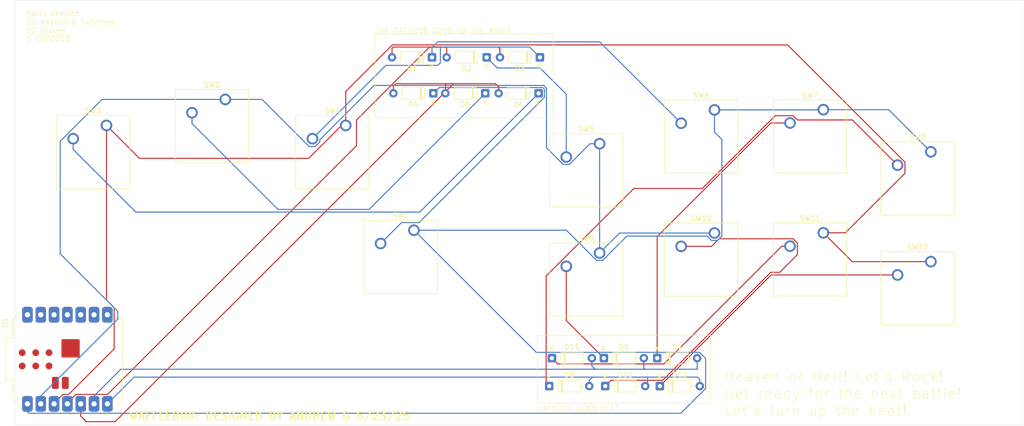
<source format=kicad_pcb>
(kicad_pcb (version 20241229) (generator "pcbnew") (generator_version "9.0")
  (layers (0 "F.Cu" signal) (2 "B.Cu" signal) (13 "F.Paste" user) (15 "B.Paste" user) (5 "F.SilkS" user "F.Silkscreen") (7 "B.SilkS" user "B.Silkscreen") (1 "F.Mask" user) (3 "B.Mask" user) (25 "Edge.Cuts" user))
  (net 0 "")
  (net 1 "Net-(D1-K)")
  (net 2 "Row 1")
  (net 3 "Net-(D2-K)")
  (net 4 "Net-(D3-K)")
  (net 5 "Net-(D4-K)")
  (net 6 "Row 2")
  (net 7 "Net-(D5-K)")
  (net 8 "Net-(D6-K)")
  (net 9 "Row 3")
  (net 10 "Net-(D7-K)")
  (net 11 "Net-(D8-K)")
  (net 12 "Row 4")
  (net 13 "Net-(D9-K)")
  (net 14 "Net-(D10-K)")
  (net 15 "Net-(D11-K)")
  (net 16 "Net-(D12-K)")
  (net 17 "Collumn 1")
  (net 18 "Collumn 2")
  (net 19 "Collumn 3")
  (footprint "Diode_THT:D_DO-35_SOD27_P7.62mm_Horizontal" (layer "F.Cu") (at 127.254 92.71)
    (property "Reference" "D8" (at 3.81 -2.12 0) (layer "F.SilkS"))
    (property "Value" "1N4148WT")
    (fp_line (start 1.04 0) (end 1.69 0) (stroke (width 0.12)) (layer "F.SilkS"))
    (fp_line (start 2.29 -1.12) (end 2.29 1.12) (stroke (width 0.12)) (layer "F.SilkS"))
    (fp_line (start 2.41 -1.12) (end 2.41 1.12) (stroke (width 0.12)) (layer "F.SilkS"))
    (fp_line (start 2.53 -1.12) (end 2.53 1.12) (stroke (width 0.12)) (layer "F.SilkS"))
    (fp_line (start 6.58 0) (end 5.93 0) (stroke (width 0.12)) (layer "F.SilkS"))
    (fp_rect (start 1.69 -1.12) (end 5.93 1.12) (stroke (width 0.12)) (fill no) (layer "F.SilkS"))
    (fp_text user "K" (at 0 -1.8 0) (layer "F.SilkS"))
    (pad "1" thru_hole roundrect (at 0 0) (size 1.6 1.6) (drill 0.8) (layers "*.Cu" "*.Mask") (roundrect_rratio 0.15625) (net 11 "Net-(D8-K)"))
    (pad "2" thru_hole circle (at 7.62 0) (size 1.6 1.6) (drill 0.8) (layers "*.Cu" "*.Mask") (net 12 "Row 4"))
  )
  (footprint "Button_Switch_Keyboard:SW_Cherry_MX_1.00u_PCB" (layer "F.Cu") (at 200 68.96)
    (property "Reference" "SW12" (at -2.54 -2.794 0) (layer "F.SilkS"))
    (property "Value" "CherryMX")
    (fp_line (start -9.525 -1.905) (end 4.445 -1.905) (stroke (width 0.12)) (layer "F.SilkS"))
    (fp_line (start -9.525 12.065) (end -9.525 -1.905) (stroke (width 0.12)) (layer "F.SilkS"))
    (fp_line (start 4.445 -1.905) (end 4.445 12.065) (stroke (width 0.12)) (layer "F.SilkS"))
    (fp_line (start 4.445 12.065) (end -9.525 12.065) (stroke (width 0.12)) (layer "F.SilkS"))
    (pad "" np_thru_hole circle (at -7.62 5.08) (size 1.7 1.7) (drill 1.7) (layers "*.Cu" "*.Mask"))
    (pad "" np_thru_hole circle (at -2.54 5.08) (size 4 4) (drill 4) (layers "*.Cu" "*.Mask"))
    (pad "" np_thru_hole circle (at 2.54 5.08) (size 1.7 1.7) (drill 1.7) (layers "*.Cu" "*.Mask"))
    (pad "1" thru_hole circle (at 0 0) (size 2.2 2.2) (drill 1.5) (layers "*.Cu" "*.Mask") (net 19 "Collumn 3"))
    (pad "2" thru_hole circle (at -6.35 2.54) (size 2.2 2.2) (drill 1.5) (layers "*.Cu" "*.Mask") (net 16 "Net-(D12-K)"))
  )
  (footprint "Diode_THT:D_DO-35_SOD27_P7.62mm_Horizontal" (layer "F.Cu") (at 105.156 36.83 180)
    (property "Reference" "D4" (at 3.81 -2.12 0) (layer "F.SilkS"))
    (property "Value" "1N4148WT")
    (fp_line (start 6.58 0) (end 5.93 0) (stroke (width 0.12)) (layer "F.SilkS"))
    (fp_line (start 2.53 -1.12) (end 2.53 1.12) (stroke (width 0.12)) (layer "F.SilkS"))
    (fp_line (start 2.41 -1.12) (end 2.41 1.12) (stroke (width 0.12)) (layer "F.SilkS"))
    (fp_line (start 2.29 -1.12) (end 2.29 1.12) (stroke (width 0.12)) (layer "F.SilkS"))
    (fp_line (start 1.04 0) (end 1.69 0) (stroke (width 0.12)) (layer "F.SilkS"))
    (fp_rect (start 1.69 -1.12) (end 5.93 1.12) (stroke (width 0.12)) (fill no) (layer "F.SilkS"))
    (fp_text user "K" (at 0 -1.8 0) (layer "F.SilkS"))
    (pad "1" thru_hole roundrect (at 0 0 180) (size 1.6 1.6) (drill 0.8) (layers "*.Cu" "*.Mask") (roundrect_rratio 0.15625) (net 5 "Net-(D4-K)"))
    (pad "2" thru_hole circle (at 7.62 0 180) (size 1.6 1.6) (drill 0.8) (layers "*.Cu" "*.Mask") (net 6 "Row 2"))
  )
  (footprint "Diode_THT:D_DO-35_SOD27_P7.62mm_Horizontal" (layer "F.Cu") (at 125.222 36.83 180)
    (property "Reference" "D6" (at 3.81 -2.12 0) (layer "F.SilkS"))
    (property "Value" "1N4148WT")
    (fp_line (start 6.58 0) (end 5.93 0) (stroke (width 0.12)) (layer "F.SilkS"))
    (fp_line (start 2.53 -1.12) (end 2.53 1.12) (stroke (width 0.12)) (layer "F.SilkS"))
    (fp_line (start 2.41 -1.12) (end 2.41 1.12) (stroke (width 0.12)) (layer "F.SilkS"))
    (fp_line (start 2.29 -1.12) (end 2.29 1.12) (stroke (width 0.12)) (layer "F.SilkS"))
    (fp_line (start 1.04 0) (end 1.69 0) (stroke (width 0.12)) (layer "F.SilkS"))
    (fp_rect (start 1.69 -1.12) (end 5.93 1.12) (stroke (width 0.12)) (fill no) (layer "F.SilkS"))
    (fp_text user "K" (at 0 -1.8 0) (layer "F.SilkS"))
    (pad "1" thru_hole roundrect (at 0 0 180) (size 1.6 1.6) (drill 0.8) (layers "*.Cu" "*.Mask") (roundrect_rratio 0.15625) (net 8 "Net-(D6-K)"))
    (pad "2" thru_hole circle (at 7.62 0 180) (size 1.6 1.6) (drill 0.8) (layers "*.Cu" "*.Mask") (net 6 "Row 2"))
  )
  (footprint "Button_Switch_Keyboard:SW_Cherry_MX_1.00u_PCB" (layer "F.Cu") (at 65.5 38)
    (property "Reference" "SW2" (at -2.54 -2.794 0) (layer "F.SilkS"))
    (property "Value" "CherryMX")
    (fp_line (start -9.525 -1.905) (end 4.445 -1.905) (stroke (width 0.12)) (layer "F.SilkS"))
    (fp_line (start -9.525 12.065) (end -9.525 -1.905) (stroke (width 0.12)) (layer "F.SilkS"))
    (fp_line (start 4.445 -1.905) (end 4.445 12.065) (stroke (width 0.12)) (layer "F.SilkS"))
    (fp_line (start 4.445 12.065) (end -9.525 12.065) (stroke (width 0.12)) (layer "F.SilkS"))
    (pad "" np_thru_hole circle (at -7.62 5.08) (size 1.7 1.7) (drill 1.7) (layers "*.Cu" "*.Mask"))
    (pad "" np_thru_hole circle (at -2.54 5.08) (size 4 4) (drill 4) (layers "*.Cu" "*.Mask"))
    (pad "" np_thru_hole circle (at 2.54 5.08) (size 1.7 1.7) (drill 1.7) (layers "*.Cu" "*.Mask"))
    (pad "1" thru_hole circle (at 0 0) (size 2.2 2.2) (drill 1.5) (layers "*.Cu" "*.Mask") (net 18 "Collumn 2"))
    (pad "2" thru_hole circle (at -6.35 2.54) (size 2.2 2.2) (drill 1.5) (layers "*.Cu" "*.Mask") (net 7 "Net-(D5-K)"))
  )
  (footprint "Diode_THT:D_DO-35_SOD27_P7.62mm_Horizontal" (layer "F.Cu") (at 137.668 87.376)
    (property "Reference" "D9" (at 3.81 -2.07 0) (layer "F.SilkS"))
    (property "Value" "1N4148WT")
    (fp_line (start 1.04 0) (end 1.69 0) (stroke (width 0.12)) (layer "F.SilkS"))
    (fp_line (start 2.29 -1.12) (end 2.29 1.12) (stroke (width 0.12)) (layer "F.SilkS"))
    (fp_line (start 2.41 -1.12) (end 2.41 1.12) (stroke (width 0.12)) (layer "F.SilkS"))
    (fp_line (start 2.53 -1.12) (end 2.53 1.12) (stroke (width 0.12)) (layer "F.SilkS"))
    (fp_line (start 6.58 0) (end 5.93 0) (stroke (width 0.12)) (layer "F.SilkS"))
    (fp_rect (start 1.69 -1.12) (end 5.93 1.12) (stroke (width 0.12)) (fill no) (layer "F.SilkS"))
    (fp_text user "K" (at 0 -1.8 0) (layer "F.SilkS"))
    (pad "1" thru_hole roundrect (at 0 0) (size 1.6 1.6) (drill 0.8) (layers "*.Cu" "*.Mask") (roundrect_rratio 0.15625) (net 13 "Net-(D9-K)"))
    (pad "2" thru_hole circle (at 7.62 0) (size 1.6 1.6) (drill 0.8) (layers "*.Cu" "*.Mask") (net 9 "Row 3"))
  )
  (footprint "Diode_THT:D_DO-35_SOD27_P7.62mm_Horizontal" (layer "F.Cu") (at 104.902 29.972 180)
    (property "Reference" "D1" (at 3.81 -2.12 0) (layer "F.SilkS"))
    (property "Value" "1N4148WT")
    (fp_line (start 6.58 0) (end 5.93 0) (stroke (width 0.12)) (layer "F.SilkS"))
    (fp_line (start 2.53 -1.12) (end 2.53 1.12) (stroke (width 0.12)) (layer "F.SilkS"))
    (fp_line (start 2.41 -1.12) (end 2.41 1.12) (stroke (width 0.12)) (layer "F.SilkS"))
    (fp_line (start 2.29 -1.12) (end 2.29 1.12) (stroke (width 0.12)) (layer "F.SilkS"))
    (fp_line (start 1.04 0) (end 1.69 0) (stroke (width 0.12)) (layer "F.SilkS"))
    (fp_rect (start 1.69 -1.12) (end 5.93 1.12) (stroke (width 0.12)) (fill no) (layer "F.SilkS"))
    (fp_text user "K" (at 0 -1.8 0) (layer "F.SilkS"))
    (pad "1" thru_hole roundrect (at 0 0 180) (size 1.6 1.6) (drill 0.8) (layers "*.Cu" "*.Mask") (roundrect_rratio 0.15625) (net 1 "Net-(D1-K)"))
    (pad "2" thru_hole circle (at 7.62 0 180) (size 1.6 1.6) (drill 0.8) (layers "*.Cu" "*.Mask") (net 2 "Row 1"))
  )
  (footprint "Diode_THT:D_DO-35_SOD27_P7.62mm_Horizontal" (layer "F.Cu") (at 115.316 29.972 180)
    (property "Reference" "D2" (at 3.81 -2.12 0) (layer "F.SilkS"))
    (property "Value" "1N4148WT")
    (fp_line (start 6.58 0) (end 5.93 0) (stroke (width 0.12)) (layer "F.SilkS"))
    (fp_line (start 2.53 -1.12) (end 2.53 1.12) (stroke (width 0.12)) (layer "F.SilkS"))
    (fp_line (start 2.41 -1.12) (end 2.41 1.12) (stroke (width 0.12)) (layer "F.SilkS"))
    (fp_line (start 2.29 -1.12) (end 2.29 1.12) (stroke (width 0.12)) (layer "F.SilkS"))
    (fp_line (start 1.04 0) (end 1.69 0) (stroke (width 0.12)) (layer "F.SilkS"))
    (fp_rect (start 1.69 -1.12) (end 5.93 1.12) (stroke (width 0.12)) (fill no) (layer "F.SilkS"))
    (fp_text user "K" (at 0 -1.8 0) (layer "F.SilkS"))
    (pad "1" thru_hole roundrect (at 0 0 180) (size 1.6 1.6) (drill 0.8) (layers "*.Cu" "*.Mask") (roundrect_rratio 0.15625) (net 3 "Net-(D2-K)"))
    (pad "2" thru_hole circle (at 7.62 0 180) (size 1.6 1.6) (drill 0.8) (layers "*.Cu" "*.Mask") (net 2 "Row 1"))
  )
  (footprint "RF_Module:MCU_Seeed_ESP32C3" (layer "F.Cu") (at 35.4 87.6 90)
    (property "Reference" "U1" (at 7 -12 90) (layer "F.SilkS"))
    (property "Value" "XIAO-RP2040-DIP")
    (fp_line (start 4 -11.7) (end 4 -10.5) (stroke (width 0.12)) (layer "F.SilkS"))
    (fp_line (start -4 -11.7) (end 4 -11.7) (stroke (width 0.12)) (layer "F.SilkS"))
    (fp_line (start 6.6 -10.5) (end 4 -10.5) (stroke (width 0.12)) (layer "F.SilkS"))
    (fp_line (start -4 -10.5) (end -4 -11.7) (stroke (width 0.12)) (layer "F.SilkS"))
    (fp_line (start -4 -10.5) (end -6.6 -10.5) (stroke (width 0.12)) (layer "F.SilkS"))
    (fp_line (start -6.7 10.5) (end 6.7 10.5) (stroke (width 0.12)) (layer "F.SilkS"))
    (fp_arc (start 6.6 -10.499999) (mid 7.944323 -10.107114) (end 8.804034 -9.001464) (stroke (width 0.12)) (layer "F.SilkS"))
    (fp_arc (start -8.812892 -9.00468) (mid -7.949609 -10.111769) (end -6.600468 -10.499999) (stroke (width 0.12)) (layer "F.SilkS"))
    (fp_arc (start 8.8 9) (mid 7.977232 10.068126) (end 6.7 10.5) (stroke (width 0.12)) (layer "F.SilkS"))
    (fp_arc (start -6.7 10.5) (mid -7.977232 10.068125) (end -8.8 9) (stroke (width 0.12)) (layer "F.SilkS"))
    (pad "1" thru_hole roundrect (at -8.5 -7.62 90) (size 3 2) (drill 1) (layers "*.Cu" "*.Mask") (net 17 "Collumn 1"))
    (pad "2" thru_hole roundrect (at -8.5 -5.08 90) (size 3 2) (drill 1) (layers "*.Cu" "*.Mask") (net 18 "Collumn 2"))
    (pad "3" thru_hole roundrect (at -8.5 -2.54 90) (size 3 2) (drill 1) (layers "*.Cu" "*.Mask") (net 19 "Collumn 3"))
    (pad "4" thru_hole roundrect (at -8.5 0 90) (size 3 2) (drill 1) (layers "*.Cu" "*.Mask") (net 2 "Row 1"))
    (pad "5" thru_hole roundrect (at -8.5 2.54 90) (size 3 2) (drill 1) (layers "*.Cu" "*.Mask") (net 6 "Row 2"))
    (pad "6" thru_hole roundrect (at -8.5 5.08 90) (size 3 2) (drill 1) (layers "*.Cu" "*.Mask") (net 9 "Row 3"))
    (pad "7" thru_hole roundrect (at -8.5 7.62 90) (size 3 2) (drill 1) (layers "*.Cu" "*.Mask") (net 12 "Row 4"))
    (pad "8" thru_hole roundrect (at 8.5 7.62 90) (size 3 2) (drill 1) (layers "*.Cu" "*.Mask"))
    (pad "9" thru_hole roundrect (at 8.5 5.08 90) (size 3 2) (drill 1) (layers "*.Cu" "*.Mask"))
    (pad "10" thru_hole roundrect (at 8.5 2.54 90) (size 3 2) (drill 1) (layers "*.Cu" "*.Mask"))
    (pad "11" thru_hole roundrect (at 8.5 0 90) (size 3 2) (drill 1) (layers "*.Cu" "*.Mask"))
    (pad "12" thru_hole roundrect (at 8.5 -2.54 90) (size 3 2) (drill 1) (layers "*.Cu" "*.Mask"))
    (pad "13" thru_hole roundrect (at 8.5 -5.08 90) (size 3 2) (drill 1) (layers "*.Cu" "*.Mask"))
    (pad "14" thru_hole roundrect (at 8.5 -7.62 90) (size 3 2) (drill 1) (layers "*.Cu" "*.Mask"))
    (pad "15" smd roundrect (at 2.1 0.6 90) (size 3.5 3.5) (property pad_prop_heatsink) (layers "F.Cu" "F.Mask") (roundrect_rratio 0.07142857143))
    (pad "16" smd roundrect (at -4.5 -0.4 90) (size 2.3 1.3) (layers "F.Cu" "F.Mask" "F.Paste") (roundrect_rratio 0.1923076923))
    (pad "17" smd roundrect (at -4.5 -2.3 90) (size 2.3 1.3) (layers "F.Cu" "F.Mask" "F.Paste") (roundrect_rratio 0.1923076923))
    (pad "18" smd circle (at -1.27 -8.62 90) (size 1.3 1.3) (layers "F.Cu" "F.Mask" "F.Paste"))
    (pad "19" smd circle (at -1.27 -6.04 90) (size 1.3 1.3) (layers "F.Cu" "F.Mask" "F.Paste"))
    (pad "20" smd circle (at -1.27 -3.5 90) (size 1.3 1.3) (layers "F.Cu" "F.Mask" "F.Paste"))
    (pad "21" smd circle (at 1.27 -3.5 90) (size 1.3 1.3) (layers "F.Cu" "F.Mask" "F.Paste"))
    (pad "22" smd circle (at 1.27 -6.04 90) (size 1.3 1.3) (layers "F.Cu" "F.Mask" "F.Paste"))
    (pad "23" smd circle (at 1.27 -8.62 90) (size 1.3 1.3) (layers "F.Cu" "F.Mask" "F.Paste"))
  )
  (footprint "Diode_THT:D_DO-35_SOD27_P7.62mm_Horizontal" (layer "F.Cu") (at 137.922 92.71)
    (property "Reference" "D10" (at 3.81 -2.12 0) (layer "F.SilkS"))
    (property "Value" "1N4148WT")
    (fp_line (start 1.04 0) (end 1.69 0) (stroke (width 0.12)) (layer "F.SilkS"))
    (fp_line (start 2.29 -1.12) (end 2.29 1.12) (stroke (width 0.12)) (layer "F.SilkS"))
    (fp_line (start 2.41 -1.12) (end 2.41 1.12) (stroke (width 0.12)) (layer "F.SilkS"))
    (fp_line (start 2.53 -1.12) (end 2.53 1.12) (stroke (width 0.12)) (layer "F.SilkS"))
    (fp_line (start 6.58 0) (end 5.93 0) (stroke (width 0.12)) (layer "F.SilkS"))
    (fp_rect (start 1.69 -1.12) (end 5.93 1.12) (stroke (width 0.12)) (fill no) (layer "F.SilkS"))
    (fp_text user "K" (at 0 -1.8 0) (layer "F.SilkS"))
    (pad "1" thru_hole roundrect (at 0 0) (size 1.6 1.6) (drill 0.8) (layers "*.Cu" "*.Mask") (roundrect_rratio 0.15625) (net 14 "Net-(D10-K)"))
    (pad "2" thru_hole circle (at 7.62 0) (size 1.6 1.6) (drill 0.8) (layers "*.Cu" "*.Mask") (net 12 "Row 4"))
  )
  (footprint "Button_Switch_Keyboard:SW_Cherry_MX_1.00u_PCB" (layer "F.Cu") (at 88.46 42.96)
    (property "Reference" "SW4" (at -2.54 -2.794 0) (layer "F.SilkS"))
    (property "Value" "CherryMX")
    (fp_line (start -9.525 -1.905) (end 4.445 -1.905) (stroke (width 0.12)) (layer "F.SilkS"))
    (fp_line (start -9.525 12.065) (end -9.525 -1.905) (stroke (width 0.12)) (layer "F.SilkS"))
    (fp_line (start 4.445 -1.905) (end 4.445 12.065) (stroke (width 0.12)) (layer "F.SilkS"))
    (fp_line (start 4.445 12.065) (end -9.525 12.065) (stroke (width 0.12)) (layer "F.SilkS"))
    (pad "" np_thru_hole circle (at -7.62 5.08) (size 1.7 1.7) (drill 1.7) (layers "*.Cu" "*.Mask"))
    (pad "" np_thru_hole circle (at -2.54 5.08) (size 4 4) (drill 4) (layers "*.Cu" "*.Mask"))
    (pad "" np_thru_hole circle (at 2.54 5.08) (size 1.7 1.7) (drill 1.7) (layers "*.Cu" "*.Mask"))
    (pad "1" thru_hole circle (at 0 0) (size 2.2 2.2) (drill 1.5) (layers "*.Cu" "*.Mask") (net 19 "Collumn 3"))
    (pad "2" thru_hole circle (at -6.35 2.54) (size 2.2 2.2) (drill 1.5) (layers "*.Cu" "*.Mask") (net 4 "Net-(D3-K)"))
  )
  (footprint "Diode_THT:D_DO-35_SOD27_P7.62mm_Horizontal" (layer "F.Cu") (at 115.062 36.83 180)
    (property "Reference" "D5" (at 3.81 -2.12 0) (layer "F.SilkS"))
    (property "Value" "1N4148WT")
    (fp_line (start 6.58 0) (end 5.93 0) (stroke (width 0.12)) (layer "F.SilkS"))
    (fp_line (start 2.53 -1.12) (end 2.53 1.12) (stroke (width 0.12)) (layer "F.SilkS"))
    (fp_line (start 2.41 -1.12) (end 2.41 1.12) (stroke (width 0.12)) (layer "F.SilkS"))
    (fp_line (start 2.29 -1.12) (end 2.29 1.12) (stroke (width 0.12)) (layer "F.SilkS"))
    (fp_line (start 1.04 0) (end 1.69 0) (stroke (width 0.12)) (layer "F.SilkS"))
    (fp_rect (start 1.69 -1.12) (end 5.93 1.12) (stroke (width 0.12)) (fill no) (layer "F.SilkS"))
    (fp_text user "K" (at 0 -1.8 0) (layer "F.SilkS"))
    (pad "1" thru_hole roundrect (at 0 0 180) (size 1.6 1.6) (drill 0.8) (layers "*.Cu" "*.Mask") (roundrect_rratio 0.15625) (net 7 "Net-(D5-K)"))
    (pad "2" thru_hole circle (at 7.62 0 180) (size 1.6 1.6) (drill 0.8) (layers "*.Cu" "*.Mask") (net 6 "Row 2"))
  )
  (footprint "Diode_THT:D_DO-35_SOD27_P7.62mm_Horizontal" (layer "F.Cu") (at 147.828 87.376)
    (property "Reference" "D7" (at 3.81 -2.12 0) (layer "F.SilkS"))
    (property "Value" "1N4148WT")
    (fp_line (start 1.04 0) (end 1.69 0) (stroke (width 0.12)) (layer "F.SilkS"))
    (fp_line (start 2.29 -1.12) (end 2.29 1.12) (stroke (width 0.12)) (layer "F.SilkS"))
    (fp_line (start 2.41 -1.12) (end 2.41 1.12) (stroke (width 0.12)) (layer "F.SilkS"))
    (fp_line (start 2.53 -1.12) (end 2.53 1.12) (stroke (width 0.12)) (layer "F.SilkS"))
    (fp_line (start 6.58 0) (end 5.93 0) (stroke (width 0.12)) (layer "F.SilkS"))
    (fp_rect (start 1.69 -1.12) (end 5.93 1.12) (stroke (width 0.12)) (fill no) (layer "F.SilkS"))
    (fp_text user "K" (at 0 -1.8 0) (layer "F.SilkS"))
    (pad "1" thru_hole roundrect (at 0 0) (size 1.6 1.6) (drill 0.8) (layers "*.Cu" "*.Mask") (roundrect_rratio 0.15625) (net 10 "Net-(D7-K)"))
    (pad "2" thru_hole circle (at 7.62 0) (size 1.6 1.6) (drill 0.8) (layers "*.Cu" "*.Mask") (net 9 "Row 3"))
  )
  (footprint "Diode_THT:D_DO-35_SOD27_P7.62mm_Horizontal" (layer "F.Cu") (at 127.762 87.376)
    (property "Reference" "D11" (at 3.81 -2.12 0) (layer "F.SilkS"))
    (property "Value" "1N4148WT")
    (fp_line (start 1.04 0) (end 1.69 0) (stroke (width 0.12)) (layer "F.SilkS"))
    (fp_line (start 2.29 -1.12) (end 2.29 1.12) (stroke (width 0.12)) (layer "F.SilkS"))
    (fp_line (start 2.41 -1.12) (end 2.41 1.12) (stroke (width 0.12)) (layer "F.SilkS"))
    (fp_line (start 2.53 -1.12) (end 2.53 1.12) (stroke (width 0.12)) (layer "F.SilkS"))
    (fp_line (start 6.58 0) (end 5.93 0) (stroke (width 0.12)) (layer "F.SilkS"))
    (fp_rect (start 1.69 -1.12) (end 5.93 1.12) (stroke (width 0.12)) (fill no) (layer "F.SilkS"))
    (fp_text user "K" (at 0 -1.8 0) (layer "F.SilkS"))
    (pad "1" thru_hole roundrect (at 0 0) (size 1.6 1.6) (drill 0.8) (layers "*.Cu" "*.Mask") (roundrect_rratio 0.15625) (net 15 "Net-(D11-K)"))
    (pad "2" thru_hole circle (at 7.62 0) (size 1.6 1.6) (drill 0.8) (layers "*.Cu" "*.Mask") (net 9 "Row 3"))
  )
  (footprint "Button_Switch_Keyboard:SW_Cherry_MX_1.00u_PCB" (layer "F.Cu") (at 136.85 46.46)
    (property "Reference" "SW5" (at -2.54 -2.794 0) (layer "F.SilkS"))
    (property "Value" "CherryMX")
    (fp_line (start -9.525 -1.905) (end 4.445 -1.905) (stroke (width 0.12)) (layer "F.SilkS"))
    (fp_line (start -9.525 12.065) (end -9.525 -1.905) (stroke (width 0.12)) (layer "F.SilkS"))
    (fp_line (start 4.445 -1.905) (end 4.445 12.065) (stroke (width 0.12)) (layer "F.SilkS"))
    (fp_line (start 4.445 12.065) (end -9.525 12.065) (stroke (width 0.12)) (layer "F.SilkS"))
    (pad "" np_thru_hole circle (at -7.62 5.08) (size 1.7 1.7) (drill 1.7) (layers "*.Cu" "*.Mask"))
    (pad "" np_thru_hole circle (at -2.54 5.08) (size 4 4) (drill 4) (layers "*.Cu" "*.Mask"))
    (pad "" np_thru_hole circle (at 2.54 5.08) (size 1.7 1.7) (drill 1.7) (layers "*.Cu" "*.Mask"))
    (pad "1" thru_hole circle (at 0 0) (size 2.2 2.2) (drill 1.5) (layers "*.Cu" "*.Mask") (net 18 "Collumn 2"))
    (pad "2" thru_hole circle (at -6.35 2.54) (size 2.2 2.2) (drill 1.5) (layers "*.Cu" "*.Mask") (net 3 "Net-(D2-K)"))
  )
  (footprint "Button_Switch_Keyboard:SW_Cherry_MX_1.00u_PCB" (layer "F.Cu") (at 42.85 42.96)
    (property "Reference" "SW3" (at -2.54 -2.794 0) (layer "F.SilkS"))
    (property "Value" "CherryMX")
    (fp_line (start -9.525 -1.905) (end 4.445 -1.905) (stroke (width 0.12)) (layer "F.SilkS"))
    (fp_line (start -9.525 12.065) (end -9.525 -1.905) (stroke (width 0.12)) (layer "F.SilkS"))
    (fp_line (start 4.445 -1.905) (end 4.445 12.065) (stroke (width 0.12)) (layer "F.SilkS"))
    (fp_line (start 4.445 12.065) (end -9.525 12.065) (stroke (width 0.12)) (layer "F.SilkS"))
    (pad "" np_thru_hole circle (at -7.62 5.08) (size 1.7 1.7) (drill 1.7) (layers "*.Cu" "*.Mask"))
    (pad "" np_thru_hole circle (at -2.54 5.08) (size 4 4) (drill 4) (layers "*.Cu" "*.Mask"))
    (pad "" np_thru_hole circle (at 2.54 5.08) (size 1.7 1.7) (drill 1.7) (layers "*.Cu" "*.Mask"))
    (pad "1" thru_hole circle (at 0 0) (size 2.2 2.2) (drill 1.5) (layers "*.Cu" "*.Mask") (net 19 "Collumn 3"))
    (pad "2" thru_hole circle (at -6.35 2.54) (size 2.2 2.2) (drill 1.5) (layers "*.Cu" "*.Mask") (net 8 "Net-(D6-K)"))
  )
  (footprint "Button_Switch_Keyboard:SW_Cherry_MX_1.00u_PCB" (layer "F.Cu") (at 101.46 62.96)
    (property "Reference" "SW1" (at -2.54 -2.794 0) (layer "F.SilkS"))
    (property "Value" "CherryMX")
    (fp_line (start -9.525 -1.905) (end 4.445 -1.905) (stroke (width 0.12)) (layer "F.SilkS"))
    (fp_line (start -9.525 12.065) (end -9.525 -1.905) (stroke (width 0.12)) (layer "F.SilkS"))
    (fp_line (start 4.445 -1.905) (end 4.445 12.065) (stroke (width 0.12)) (layer "F.SilkS"))
    (fp_line (start 4.445 12.065) (end -9.525 12.065) (stroke (width 0.12)) (layer "F.SilkS"))
    (pad "" np_thru_hole circle (at -7.62 5.08) (size 1.7 1.7) (drill 1.7) (layers "*.Cu" "*.Mask"))
    (pad "" np_thru_hole circle (at -2.54 5.08) (size 4 4) (drill 4) (layers "*.Cu" "*.Mask"))
    (pad "" np_thru_hole circle (at 2.54 5.08) (size 1.7 1.7) (drill 1.7) (layers "*.Cu" "*.Mask"))
    (pad "1" thru_hole circle (at 0 0) (size 2.2 2.2) (drill 1.5) (layers "*.Cu" "*.Mask") (net 17 "Collumn 1"))
    (pad "2" thru_hole circle (at -6.35 2.54) (size 2.2 2.2) (drill 1.5) (layers "*.Cu" "*.Mask") (net 5 "Net-(D4-K)"))
  )
  (footprint "Button_Switch_Keyboard:SW_Cherry_MX_1.00u_PCB" (layer "F.Cu") (at 136.85 67.31)
    (property "Reference" "SW9" (at -2.54 -2.794 0) (layer "F.SilkS"))
    (property "Value" "CherryMX")
    (fp_line (start -9.525 -1.905) (end 4.445 -1.905) (stroke (width 0.12)) (layer "F.SilkS"))
    (fp_line (start -9.525 12.065) (end -9.525 -1.905) (stroke (width 0.12)) (layer "F.SilkS"))
    (fp_line (start 4.445 -1.905) (end 4.445 12.065) (stroke (width 0.12)) (layer "F.SilkS"))
    (fp_line (start 4.445 12.065) (end -9.525 12.065) (stroke (width 0.12)) (layer "F.SilkS"))
    (pad "" np_thru_hole circle (at -7.62 5.08) (size 1.7 1.7) (drill 1.7) (layers "*.Cu" "*.Mask"))
    (pad "" np_thru_hole circle (at -2.54 5.08) (size 4 4) (drill 4) (layers "*.Cu" "*.Mask"))
    (pad "" np_thru_hole circle (at 2.54 5.08) (size 1.7 1.7) (drill 1.7) (layers "*.Cu" "*.Mask"))
    (pad "1" thru_hole circle (at 0 0) (size 2.2 2.2) (drill 1.5) (layers "*.Cu" "*.Mask") (net 18 "Collumn 2"))
    (pad "2" thru_hole circle (at -6.35 2.54) (size 2.2 2.2) (drill 1.5) (layers "*.Cu" "*.Mask") (net 13 "Net-(D9-K)"))
  )
  (footprint "Diode_THT:D_DO-35_SOD27_P7.62mm_Horizontal" (layer "F.Cu") (at 125.476 29.972 180)
    (property "Reference" "D3" (at 3.81 -2.12 0) (layer "F.SilkS"))
    (property "Value" "1N4148WT")
    (fp_line (start 6.58 0) (end 5.93 0) (stroke (width 0.12)) (layer "F.SilkS"))
    (fp_line (start 2.53 -1.12) (end 2.53 1.12) (stroke (width 0.12)) (layer "F.SilkS"))
    (fp_line (start 2.41 -1.12) (end 2.41 1.12) (stroke (width 0.12)) (layer "F.SilkS"))
    (fp_line (start 2.29 -1.12) (end 2.29 1.12) (stroke (width 0.12)) (layer "F.SilkS"))
    (fp_line (start 1.04 0) (end 1.69 0) (stroke (width 0.12)) (layer "F.SilkS"))
    (fp_rect (start 1.69 -1.12) (end 5.93 1.12) (stroke (width 0.12)) (fill no) (layer "F.SilkS"))
    (fp_text user "K" (at 0 -1.8 0) (layer "F.SilkS"))
    (pad "1" thru_hole roundrect (at 0 0 180) (size 1.6 1.6) (drill 0.8) (layers "*.Cu" "*.Mask") (roundrect_rratio 0.15625) (net 4 "Net-(D3-K)"))
    (pad "2" thru_hole circle (at 7.62 0 180) (size 1.6 1.6) (drill 0.8) (layers "*.Cu" "*.Mask") (net 2 "Row 1"))
  )
  (footprint "Button_Switch_Keyboard:SW_Cherry_MX_1.00u_PCB" (layer "F.Cu") (at 158.75 40)
    (property "Reference" "SW6" (at -2.54 -2.794 0) (layer "F.SilkS"))
    (property "Value" "CherryMX")
    (fp_line (start -9.525 -1.905) (end 4.445 -1.905) (stroke (width 0.12)) (layer "F.SilkS"))
    (fp_line (start -9.525 12.065) (end -9.525 -1.905) (stroke (width 0.12)) (layer "F.SilkS"))
    (fp_line (start 4.445 -1.905) (end 4.445 12.065) (stroke (width 0.12)) (layer "F.SilkS"))
    (fp_line (start 4.445 12.065) (end -9.525 12.065) (stroke (width 0.12)) (layer "F.SilkS"))
    (pad "" np_thru_hole circle (at -7.62 5.08) (size 1.7 1.7) (drill 1.7) (layers "*.Cu" "*.Mask"))
    (pad "" np_thru_hole circle (at -2.54 5.08) (size 4 4) (drill 4) (layers "*.Cu" "*.Mask"))
    (pad "" np_thru_hole circle (at 2.54 5.08) (size 1.7 1.7) (drill 1.7) (layers "*.Cu" "*.Mask"))
    (pad "1" thru_hole circle (at 0 0) (size 2.2 2.2) (drill 1.5) (layers "*.Cu" "*.Mask") (net 17 "Collumn 1"))
    (pad "2" thru_hole circle (at -6.35 2.54) (size 2.2 2.2) (drill 1.5) (layers "*.Cu" "*.Mask") (net 1 "Net-(D1-K)"))
  )
  (footprint "Diode_THT:D_DO-35_SOD27_P7.62mm_Horizontal" (layer "F.Cu") (at 148.336 92.71)
    (property "Reference" "D12" (at 3.81 -2.12 0) (layer "F.SilkS"))
    (property "Value" "1N4148WT")
    (fp_line (start 1.04 0) (end 1.69 0) (stroke (width 0.12)) (layer "F.SilkS"))
    (fp_line (start 2.29 -1.12) (end 2.29 1.12) (stroke (width 0.12)) (layer "F.SilkS"))
    (fp_line (start 2.41 -1.12) (end 2.41 1.12) (stroke (width 0.12)) (layer "F.SilkS"))
    (fp_line (start 2.53 -1.12) (end 2.53 1.12) (stroke (width 0.12)) (layer "F.SilkS"))
    (fp_line (start 6.58 0) (end 5.93 0) (stroke (width 0.12)) (layer "F.SilkS"))
    (fp_rect (start 1.69 -1.12) (end 5.93 1.12) (stroke (width 0.12)) (fill no) (layer "F.SilkS"))
    (fp_text user "K" (at 0 -1.8 0) (layer "F.SilkS"))
    (pad "1" thru_hole roundrect (at 0 0) (size 1.6 1.6) (drill 0.8) (layers "*.Cu" "*.Mask") (roundrect_rratio 0.15625) (net 16 "Net-(D12-K)"))
    (pad "2" thru_hole circle (at 7.62 0) (size 1.6 1.6) (drill 0.8) (layers "*.Cu" "*.Mask") (net 12 "Row 4"))
  )
  (footprint "Button_Switch_Keyboard:SW_Cherry_MX_1.00u_PCB" (layer "F.Cu") (at 179.5 39.96)
    (property "Reference" "SW7" (at -2.54 -2.794 0) (layer "F.SilkS"))
    (property "Value" "CherryMX")
    (fp_line (start -9.525 -1.905) (end 4.445 -1.905) (stroke (width 0.12)) (layer "F.SilkS"))
    (fp_line (start -9.525 12.065) (end -9.525 -1.905) (stroke (width 0.12)) (layer "F.SilkS"))
    (fp_line (start 4.445 -1.905) (end 4.445 12.065) (stroke (width 0.12)) (layer "F.SilkS"))
    (fp_line (start 4.445 12.065) (end -9.525 12.065) (stroke (width 0.12)) (layer "F.SilkS"))
    (pad "" np_thru_hole circle (at -7.62 5.08) (size 1.7 1.7) (drill 1.7) (layers "*.Cu" "*.Mask"))
    (pad "" np_thru_hole circle (at -2.54 5.08) (size 4 4) (drill 4) (layers "*.Cu" "*.Mask"))
    (pad "" np_thru_hole circle (at 2.54 5.08) (size 1.7 1.7) (drill 1.7) (layers "*.Cu" "*.Mask"))
    (pad "1" thru_hole circle (at 0 0) (size 2.2 2.2) (drill 1.5) (layers "*.Cu" "*.Mask") (net 17 "Collumn 1"))
    (pad "2" thru_hole circle (at -6.35 2.54) (size 2.2 2.2) (drill 1.5) (layers "*.Cu" "*.Mask") (net 10 "Net-(D7-K)"))
  )
  (footprint "Button_Switch_Keyboard:SW_Cherry_MX_1.00u_PCB" (layer "F.Cu") (at 179.5 63.46)
    (property "Reference" "SW11" (at -2.54 -2.794 0) (layer "F.SilkS"))
    (property "Value" "CherryMX")
    (fp_line (start -9.525 -1.905) (end 4.445 -1.905) (stroke (width 0.12)) (layer "F.SilkS"))
    (fp_line (start -9.525 12.065) (end -9.525 -1.905) (stroke (width 0.12)) (layer "F.SilkS"))
    (fp_line (start 4.445 -1.905) (end 4.445 12.065) (stroke (width 0.12)) (layer "F.SilkS"))
    (fp_line (start 4.445 12.065) (end -9.525 12.065) (stroke (width 0.12)) (layer "F.SilkS"))
    (pad "" np_thru_hole circle (at -7.62 5.08) (size 1.7 1.7) (drill 1.7) (layers "*.Cu" "*.Mask"))
    (pad "" np_thru_hole circle (at -2.54 5.08) (size 4 4) (drill 4) (layers "*.Cu" "*.Mask"))
    (pad "" np_thru_hole circle (at 2.54 5.08) (size 1.7 1.7) (drill 1.7) (layers "*.Cu" "*.Mask"))
    (pad "1" thru_hole circle (at 0 0) (size 2.2 2.2) (drill 1.5) (layers "*.Cu" "*.Mask") (net 19 "Collumn 3"))
    (pad "2" thru_hole circle (at -6.35 2.54) (size 2.2 2.2) (drill 1.5) (layers "*.Cu" "*.Mask") (net 15 "Net-(D11-K)"))
  )
  (footprint "Button_Switch_Keyboard:SW_Cherry_MX_1.00u_PCB" (layer "F.Cu") (at 200 48)
    (property "Reference" "SW8" (at -2.54 -2.794 0) (layer "F.SilkS"))
    (property "Value" "CherryMX")
    (fp_line (start -9.525 -1.905) (end 4.445 -1.905) (stroke (width 0.12)) (layer "F.SilkS"))
    (fp_line (start -9.525 12.065) (end -9.525 -1.905) (stroke (width 0.12)) (layer "F.SilkS"))
    (fp_line (start 4.445 -1.905) (end 4.445 12.065) (stroke (width 0.12)) (layer "F.SilkS"))
    (fp_line (start 4.445 12.065) (end -9.525 12.065) (stroke (width 0.12)) (layer "F.SilkS"))
    (pad "" np_thru_hole circle (at -7.62 5.08) (size 1.7 1.7) (drill 1.7) (layers "*.Cu" "*.Mask"))
    (pad "" np_thru_hole circle (at -2.54 5.08) (size 4 4) (drill 4) (layers "*.Cu" "*.Mask"))
    (pad "" np_thru_hole circle (at 2.54 5.08) (size 1.7 1.7) (drill 1.7) (layers "*.Cu" "*.Mask"))
    (pad "1" thru_hole circle (at 0 0) (size 2.2 2.2) (drill 1.5) (layers "*.Cu" "*.Mask") (net 17 "Collumn 1"))
    (pad "2" thru_hole circle (at -6.35 2.54) (size 2.2 2.2) (drill 1.5) (layers "*.Cu" "*.Mask") (net 11 "Net-(D8-K)"))
  )
  (footprint "Button_Switch_Keyboard:SW_Cherry_MX_1.00u_PCB" (layer "F.Cu") (at 158.75 63.5)
    (property "Reference" "SW10" (at -2.54 -2.794 0) (layer "F.SilkS"))
    (property "Value" "CherryMX")
    (fp_line (start -9.525 -1.905) (end 4.445 -1.905) (stroke (width 0.12)) (layer "F.SilkS"))
    (fp_line (start -9.525 12.065) (end -9.525 -1.905) (stroke (width 0.12)) (layer "F.SilkS"))
    (fp_line (start 4.445 -1.905) (end 4.445 12.065) (stroke (width 0.12)) (layer "F.SilkS"))
    (fp_line (start 4.445 12.065) (end -9.525 12.065) (stroke (width 0.12)) (layer "F.SilkS"))
    (pad "" np_thru_hole circle (at -7.62 5.08) (size 1.7 1.7) (drill 1.7) (layers "*.Cu" "*.Mask"))
    (pad "" np_thru_hole circle (at -2.54 5.08) (size 4 4) (drill 4) (layers "*.Cu" "*.Mask"))
    (pad "" np_thru_hole circle (at 2.54 5.08) (size 1.7 1.7) (drill 1.7) (layers "*.Cu" "*.Mask"))
    (pad "1" thru_hole circle (at 0 0) (size 2.2 2.2) (drill 1.5) (layers "*.Cu" "*.Mask") (net 18 "Collumn 2"))
    (pad "2" thru_hole circle (at -6.35 2.54) (size 2.2 2.2) (drill 1.5) (layers "*.Cu" "*.Mask") (net 14 "Net-(D10-K)"))
  )
  (gr_rect (start 94 25.5) (end 128 41.5) (stroke (width 0.1)) (fill no) (layer "F.SilkS"))
  (gr_rect (start 125 83) (end 158 96) (stroke (width 0.1)) (fill no) (layer "F.SilkS"))
  (gr_rect (start 25.4 19.05) (end 217.75 100.1) (stroke (width 0.05)) (fill no) (layer "Edge.Cuts"))
  (gr_text "Heaven or Hell! Let's Rock!\nGet ready for the next battle!\nLet's turn up the heat!" (at 160.5 98.5 -0) (layer "F.SilkS") (effects (font (size 2 2) (thickness 0.1)) (justify left bottom)))
  (gr_text "CATHODE GOES LEFT" (at 125 97.5 0) (layer "F.SilkS") (effects (font (size 1 1) (thickness 0.1)) (justify left bottom)))
  (gr_text "WAFFLEBOX: DESIGNED BY ANDREW G 6/23/25" (at 46.99 99.314 0) (layer "F.SilkS") (effects (font (size 1.5 1.5) (thickness 0.3) (bold yes)) (justify left bottom)))
  (gr_text "Parts needed:\n12 Keyboard Switches\n12 Diodes\n1 ESP32C3\n" (at 27.5 27 0) (layer "F.SilkS") (effects (font (size 1 1) (thickness 0.1)) (justify left bottom)))
  (gr_text "THE CATHODE GOES TO THE RIGHT\n" (at 94 25.5 0) (layer "F.SilkS") (effects (font (size 1 1) (thickness 0.1)) (justify left bottom)))
  (segment (start 106 27) (end 136.86 27) (width 0.2) (layer "B.Cu") (net 1))
  (segment (start 104.902 29.972) (end 104.902 28.098) (width 0.2) (layer "B.Cu") (net 1))
  (segment (start 104.902 28.098) (end 106 27) (width 0.2) (layer "B.Cu") (net 1))
  (segment (start 136.86 27) (end 152.4 42.54) (width 0.2) (layer "B.Cu") (net 1))
  (segment (start 107.5 28) (end 104.4329 28) (width 0.2) (layer "F.Cu") (net 2))
  (segment (start 107.696 28.196) (end 107.696 29.972) (width 0.2) (layer "F.Cu") (net 2))
  (segment (start 117.856 29.972) (end 117.856 28.356) (width 0.2) (layer "F.Cu") (net 2))
  (segment (start 43.04253 94.299) (end 37.001 94.299) (width 0.2) (layer "F.Cu") (net 2))
  (segment (start 107.5 28) (end 97.5 28) (width 0.2) (layer "F.Cu") (net 2))
  (segment (start 90.50253 46.839) (end 43.04253 94.299) (width 0.2) (layer "F.Cu") (net 2))
  (segment (start 104.4329 28) (end 90.50253 41.93037) (width 0.2) (layer "F.Cu") (net 2))
  (segment (start 90.50253 41.93037) (end 90.50253 46.839) (width 0.2) (layer "F.Cu") (net 2))
  (segment (start 97.5 28) (end 97.282 28.218) (width 0.2) (layer "F.Cu") (net 2))
  (segment (start 37.001 94.299) (end 35.4 95.9) (width 0.2) (layer "F.Cu") (net 2))
  (segment (start 97.282 28.218) (end 97.282 29.972) (width 0.2) (layer "F.Cu") (net 2))
  (segment (start 117.856 28.356) (end 117.5 28) (width 0.2) (layer "F.Cu") (net 2))
  (segment (start 35.4 95.9) (end 35.4 96.1) (width 0.2) (layer "F.Cu") (net 2))
  (segment (start 117.5 28) (end 107.5 28) (width 0.2) (layer "F.Cu") (net 2))
  (segment (start 107.5 28) (end 107.696 28.196) (width 0.2) (layer "F.Cu") (net 2))
  (segment (start 125.5 32) (end 130.5 37) (width 0.2) (layer "B.Cu") (net 3))
  (segment (start 130.5 37) (end 130.5 49) (width 0.2) (layer "B.Cu") (net 3))
  (segment (start 117.344 32) (end 125.5 32) (width 0.2) (layer "B.Cu") (net 3))
  (segment (start 115.316 29.972) (end 117.344 32) (width 0.2) (layer "B.Cu") (net 3))
  (segment (start 106.5 28) (end 106.5 31) (width 0.2) (layer "B.Cu") (net 4))
  (segment (start 96.11 31.5) (end 82.11 45.5) (width 0.2) (layer "B.Cu") (net 4))
  (segment (start 106.5 31) (end 106 31.5) (width 0.2) (layer "B.Cu") (net 4))
  (segment (start 125.476 29.972) (end 123.504 28) (width 0.2) (layer "B.Cu") (net 4))
  (segment (start 123.504 28) (end 106.5 28) (width 0.2) (layer "B.Cu") (net 4))
  (segment (start 106 31.5) (end 96.11 31.5) (width 0.2) (layer "B.Cu") (net 4))
  (segment (start 126.323 37.61516) (end 102.43816 61.5) (width 0.2) (layer "B.Cu") (net 5))
  (segment (start 126.00716 35.729) (end 126.323 36.04484) (width 0.2) (layer "B.Cu") (net 5))
  (segment (start 126.323 36.04484) (end 126.323 37.61516) (width 0.2) (layer "B.Cu") (net 5))
  (segment (start 106.257 35.729) (end 126.00716 35.729) (width 0.2) (layer "B.Cu") (net 5))
  (segment (start 105.156 36.83) (end 106.257 35.729) (width 0.2) (layer "B.Cu") (net 5))
  (segment (start 99.11 61.5) (end 95.11 65.5) (width 0.2) (layer "B.Cu") (net 5))
  (segment (start 102.43816 61.5) (end 99.11 61.5) (width 0.2) (layer "B.Cu") (net 5))
  (segment (start 117 35) (end 117.602 35.602) (width 0.2) (layer "F.Cu") (net 6))
  (segment (start 109 35) (end 117 35) (width 0.2) (layer "F.Cu") (net 6))
  (segment (start 97.536 35.464) (end 98 35) (width 0.2) (layer "F.Cu") (net 6))
  (segment (start 107.5 36.772) (end 107.442 36.83) (width 0.2) (layer "F.Cu") (net 6))
  (segment (start 97.536 36.83) (end 97.536 35.464) (width 0.2) (layer "F.Cu") (net 6))
  (segment (start 39 99.5) (end 37.94 98.44) (width 0.2) (layer "F.Cu") (net 6))
  (segment (start 98 35) (end 107.5 35) (width 0.2) (layer "F.Cu") (net 6))
  (segment (start 37.94 98.44) (end 37.94 96.1) (width 0.2) (layer "F.Cu") (net 6))
  (segment (start 107.5 35) (end 109 35) (width 0.2) (layer "F.Cu") (net 6))
  (segment (start 44.5 99.5) (end 39 99.5) (width 0.2) (layer "F.Cu") (net 6))
  (segment (start 117.602 35.602) (end 117.602 36.83) (width 0.2) (layer "F.Cu") (net 6))
  (segment (start 107.5 35) (end 107.5 36.772) (width 0.2) (layer "F.Cu") (net 6))
  (segment (start 109 35) (end 44.5 99.5) (width 0.2) (layer "F.Cu") (net 6))
  (segment (start 75.555184 59) (end 59.15 42.594816) (width 0.2) (layer "B.Cu") (net 7))
  (segment (start 59.15 42.594816) (end 59.15 40.54) (width 0.2) (layer "B.Cu") (net 7))
  (segment (start 92.892 59) (end 75.555184 59) (width 0.2) (layer "B.Cu") (net 7))
  (segment (start 115.062 36.83) (end 92.892 59) (width 0.2) (layer "B.Cu") (net 7))
  (segment (start 102.552 59.5) (end 48.445184 59.5) (width 0.2) (layer "B.Cu") (net 8))
  (segment (start 125.222 36.83) (end 102.552 59.5) (width 0.2) (layer "B.Cu") (net 8))
  (segment (start 36.5 47.554816) (end 36.5 45.5) (width 0.2) (layer "B.Cu") (net 8))
  (segment (start 48.445184 59.5) (end 36.5 47.554816) (width 0.2) (layer "B.Cu") (net 8))
  (segment (start 155.448 89.448) (end 155.5 89.5) (width 0.2) (layer "B.Cu") (net 9))
  (segment (start 145.288 89.288) (end 145.288 87.376) (width 0.2) (layer "B.Cu") (net 9))
  (segment (start 155.5 89.5) (end 145.5 89.5) (width 0.2) (layer "B.Cu") (net 9))
  (segment (start 45.58 89.5) (end 40.48 94.6) (width 0.2) (layer "B.Cu") (net 9))
  (segment (start 145.5 89.5) (end 145.288 89.288) (width 0.2) (layer "B.Cu") (net 9))
  (segment (start 155.448 87.376) (end 155.448 89.448) (width 0.2) (layer "B.Cu") (net 9))
  (segment (start 136 89.5) (end 135.382 88.882) (width 0.2) (layer "B.Cu") (net 9))
  (segment (start 136 89.5) (end 45.58 89.5) (width 0.2) (layer "B.Cu") (net 9))
  (segment (start 145.5 89.5) (end 136 89.5) (width 0.2) (layer "B.Cu") (net 9))
  (segment (start 135.382 88.882) (end 135.382 87.376) (width 0.2) (layer "B.Cu") (net 9))
  (segment (start 40.48 94.6) (end 40.48 96.1) (width 0.2) (layer "B.Cu") (net 9))
  (segment (start 147.828 87.376) (end 147.828 64.172) (width 0.2) (layer "F.Cu") (net 10))
  (segment (start 147.828 64.172) (end 169.5 42.5) (width 0.2) (layer "F.Cu") (net 10))
  (segment (start 169.5 42.5) (end 173.15 42.5) (width 0.2) (layer "F.Cu") (net 10))
  (segment (start 173.730314 41.099) (end 174.551 41.919686) (width 0.2) (layer "F.Cu") (net 11))
  (segment (start 170.3339 41.099) (end 173.730314 41.099) (width 0.2) (layer "F.Cu") (net 11))
  (segment (start 126.661 92.117) (end 126.661 71.707686) (width 0.2) (layer "F.Cu") (net 11))
  (segment (start 143.368686 55) (end 156.4329 55) (width 0.2) (layer "F.Cu") (net 11))
  (segment (start 127.254 92.71) (end 126.661 92.117) (width 0.2) (layer "F.Cu") (net 11))
  (segment (start 174.551 41.919686) (end 185.029686 41.919686) (width 0.2) (layer "F.Cu") (net 11))
  (segment (start 126.661 71.707686) (end 143.368686 55) (width 0.2) (layer "F.Cu") (net 11))
  (segment (start 156.4329 55) (end 170.3339 41.099) (width 0.2) (layer "F.Cu") (net 11))
  (segment (start 185.029686 41.919686) (end 193.65 50.54) (width 0.2) (layer "F.Cu") (net 11))
  (segment (start 48.12 91) (end 43.02 96.1) (width 0.2) (layer "B.Cu") (net 12))
  (segment (start 155.956 91.456) (end 155.5 91) (width 0.2) (layer "B.Cu") (net 12))
  (segment (start 134.874 91.626) (end 134.874 92.71) (width 0.2) (layer "B.Cu") (net 12))
  (segment (start 146 91) (end 146 92.252) (width 0.2) (layer "B.Cu") (net 12))
  (segment (start 135.5 91) (end 134.874 91.626) (width 0.2) (layer "B.Cu") (net 12))
  (segment (start 155.956 92.71) (end 155.956 91.456) (width 0.2) (layer "B.Cu") (net 12))
  (segment (start 155.5 91) (end 146 91) (width 0.2) (layer "B.Cu") (net 12))
  (segment (start 136 91) (end 135.5 91) (width 0.2) (layer "B.Cu") (net 12))
  (segment (start 146 91) (end 136 91) (width 0.2) (layer "B.Cu") (net 12))
  (segment (start 146 92.252) (end 145.542 92.71) (width 0.2) (layer "B.Cu") (net 12))
  (segment (start 136 91) (end 48.12 91) (width 0.2) (layer "B.Cu") (net 12))
  (segment (start 137.668 87.376) (end 130.5 80.208) (width 0.2) (layer "F.Cu") (net 13))
  (segment (start 130.5 80.208) (end 130.5 69.85) (width 0.2) (layer "F.Cu") (net 13))
  (segment (start 158.191314 66.04) (end 152.4 66.04) (width 0.2) (layer "F.Cu") (net 14))
  (segment (start 137.922 92.71) (end 139.023 91.609) (width 0.2) (layer "F.Cu") (net 14))
  (segment (start 173.730314 64.599) (end 159.632314 64.599) (width 0.2) (layer "F.Cu") (net 14))
  (segment (start 159.632314 64.599) (end 158.191314 66.04) (width 0.2) (layer "F.Cu") (net 14))
  (segment (start 169.4789 71) (end 171.175184 71) (width 0.2) (layer "F.Cu") (net 14))
  (segment (start 148.8699 91.609) (end 169.4789 71) (width 0.2) (layer "F.Cu") (net 14))
  (segment (start 174.551 65.419686) (end 173.730314 64.599) (width 0.2) (layer "F.Cu") (net 14))
  (segment (start 174.551 67.624184) (end 174.551 65.419686) (width 0.2) (layer "F.Cu") (net 14))
  (segment (start 171.175184 71) (end 174.551 67.624184) (width 0.2) (layer "F.Cu") (net 14))
  (segment (start 139.023 91.609) (end 148.8699 91.609) (width 0.2) (layer "F.Cu") (net 14))
  (segment (start 171.594366 66) (end 173.15 66) (width 0.2) (layer "F.Cu") (net 15))
  (segment (start 127.762 87.376) (end 128.863 88.477) (width 0.2) (layer "F.Cu") (net 15))
  (segment (start 128.863 88.477) (end 149.117366 88.477) (width 0.2) (layer "F.Cu") (net 15))
  (segment (start 149.117366 88.477) (end 171.594366 66) (width 0.2) (layer "F.Cu") (net 15))
  (segment (start 169.546 71.5) (end 193.65 71.5) (width 0.2) (layer "F.Cu") (net 16))
  (segment (start 148.336 92.71) (end 169.546 71.5) (width 0.2) (layer "F.Cu") (net 16))
  (segment (start 130.518686 62.96) (end 136.269686 68.711) (width 0.2) (layer "B.Cu") (net 17))
  (segment (start 137.430314 68.711) (end 142.061 64.080314) (width 0.2) (layer "B.Cu") (net 17))
  (segment (start 158.169686 64.901) (end 159.330314 64.901) (width 0.2) (layer "B.Cu") (net 17))
  (segment (start 101.46 62.96) (end 124.775 86.275) (width 0.2) (layer "B.Cu") (net 17))
  (segment (start 157.057 87.42795) (end 157.057 93.16605) (width 0.2) (layer "B.Cu") (net 17))
  (segment (start 157.057 93.16605) (end 152.32205 97.901) (width 0.2) (layer "B.Cu") (net 17))
  (segment (start 142.061 64.080314) (end 157.349 64.080314) (width 0.2) (layer "B.Cu") (net 17))
  (segment (start 158.75 44.23847) (end 158.75 40) (width 0.2) (layer "B.Cu") (net 17))
  (segment (start 136.269686 68.711) (end 137.430314 68.711) (width 0.2) (layer "B.Cu") (net 17))
  (segment (start 179.46 40) (end 179.5 39.96) (width 0.2) (layer "B.Cu") (net 17))
  (segment (start 160.151 64.080314) (end 160.151 45.63947) (width 0.2) (layer "B.Cu") (net 17))
  (segment (start 155.90405 86.275) (end 157.057 87.42795) (width 0.2) (layer "B.Cu") (net 17))
  (segment (start 27.78 97.6) (end 27.78 96.1) (width 0.2) (layer "B.Cu") (net 17))
  (segment (start 158.75 40) (end 179.46 40) (width 0.2) (layer "B.Cu") (net 17))
  (segment (start 159.330314 64.901) (end 160.151 64.080314) (width 0.2) (layer "B.Cu") (net 17))
  (segment (start 152.32205 97.901) (end 28.081 97.901) (width 0.2) (layer "B.Cu") (net 17))
  (segment (start 160.151 45.63947) (end 158.75 44.23847) (width 0.2) (layer "B.Cu") (net 17))
  (segment (start 179.5 39.96) (end 191.96 39.96) (width 0.2) (layer "B.Cu") (net 17))
  (segment (start 191.96 39.96) (end 200 48) (width 0.2) (layer "B.Cu") (net 17))
  (segment (start 124.775 86.275) (end 155.90405 86.275) (width 0.2) (layer "B.Cu") (net 17))
  (segment (start 101.46 62.96) (end 130.518686 62.96) (width 0.2) (layer "B.Cu") (net 17))
  (segment (start 28.081 97.901) (end 27.78 97.6) (width 0.2) (layer "B.Cu") (net 17))
  (segment (start 157.349 64.080314) (end 158.169686 64.901) (width 0.2) (layer "B.Cu") (net 17))
  (segment (start 72.49847 38) (end 65.5 38) (width 0.2) (layer "B.Cu") (net 18))
  (segment (start 30.32 94.6) (end 30.32 96.1) (width 0.2) (layer "B.Cu") (net 18))
  (segment (start 34.029 45.989686) (end 34.029 67.468942) (width 0.2) (layer "B.Cu") (net 18))
  (segment (start 34.029 67.468942) (end 45 78.439942) (width 0.2) (layer "B.Cu") (net 18))
  (segment (start 140.66 63.5) (end 158.75 63.5) (width 0.2) (layer "B.Cu") (net 18))
  (segment (start 126.17326 35.328) (end 93.872 35.328) (width 0.2) (layer "B.Cu") (net 18))
  (segment (start 65.5 38) (end 42.018686 38) (width 0.2) (layer "B.Cu") (net 18))
  (segment (start 81.49847 47) (end 72.49847 38) (width 0.2) (layer "B.Cu") (net 18))
  (segment (start 136.85 67.31) (end 140.66 63.5) (width 0.2) (layer "B.Cu") (net 18))
  (segment (start 135.021314 46.46) (end 131.080314 50.401) (width 0.2) (layer "B.Cu") (net 18))
  (segment (start 42.018686 38) (end 34.029 45.989686) (width 0.2) (layer "B.Cu") (net 18))
  (segment (start 83.511 45.689) (end 83.511 46.080314) (width 0.2) (layer "B.Cu") (net 18))
  (segment (start 131.080314 50.401) (end 129.901 50.401) (width 0.2) (layer "B.Cu") (net 18))
  (segment (start 136.85 46.46) (end 135.021314 46.46) (width 0.2) (layer "B.Cu") (net 18))
  (segment (start 82.591314 47) (end 81.49847 47) (width 0.2) (layer "B.Cu") (net 18))
  (segment (start 136.85 46.46) (end 136.85 67.31) (width 0.2) (layer "B.Cu") (net 18))
  (segment (start 45 78.439942) (end 45 79.92) (width 0.2) (layer "B.Cu") (net 18))
  (segment (start 126.724 35.87874) (end 126.17326 35.328) (width 0.2) (layer "B.Cu") (net 18))
  (segment (start 93.872 35.328) (end 83.511 45.689) (width 0.2) (layer "B.Cu") (net 18))
  (segment (start 83.511 46.080314) (end 82.591314 47) (width 0.2) (layer "B.Cu") (net 18))
  (segment (start 45 79.92) (end 30.32 94.6) (width 0.2) (layer "B.Cu") (net 18))
  (segment (start 129.901 50.401) (end 126.724 47.224) (width 0.2) (layer "B.Cu") (net 18))
  (segment (start 126.724 47.224) (end 126.724 35.87874) (width 0.2) (layer "B.Cu") (net 18))
  (segment (start 42.85 42.96) (end 49.131 49.241) (width 0.2) (layer "F.Cu") (net 19))
  (segment (start 88.46 42.96) (end 88.46 36.4729) (width 0.2) (layer "F.Cu") (net 19))
  (segment (start 185 68.96) (end 200 68.96) (width 0.2) (layer "F.Cu") (net 19))
  (segment (start 44.321 77.760942) (end 44.321 85.61316) (width 0.2) (layer "F.Cu") (net 19))
  (segment (start 42.85 76.289942) (end 44.321 77.760942) (width 0.2) (layer "F.Cu") (net 19))
  (segment (start 32.86 95.999942) (end 32.86 96.1) (width 0.2) (layer "F.Cu") (net 19))
  (segment (start 49.131 49.241) (end 81.394184 49.241) (width 0.2) (layer "F.Cu") (net 19))
  (segment (start 172.690314 27.599) (end 195.051 49.959686) (width 0.2) (layer "F.Cu") (net 19))
  (segment (start 44.321 85.61316) (end 35.63516 94.299) (width 0.2) (layer "F.Cu") (net 19))
  (segment (start 87.675184 42.96) (end 88.46 42.96) (width 0.2) (layer "F.Cu") (net 19))
  (segment (start 179.5 63.46) (end 185 68.96) (width 0.2) (layer "F.Cu") (net 19))
  (segment (start 97.3339 27.599) (end 172.690314 27.599) (width 0.2) (layer "F.Cu") (net 19))
  (segment (start 42.85 42.96) (end 42.85 76.289942) (width 0.2) (layer "F.Cu") (net 19))
  (segment (start 34.560942 94.299) (end 32.86 95.999942) (width 0.2) (layer "F.Cu") (net 19))
  (segment (start 81.394184 49.241) (end 87.675184 42.96) (width 0.2) (layer "F.Cu") (net 19))
  (segment (start 195.051 49.959686) (end 195.051 52.10747) (width 0.2) (layer "F.Cu") (net 19))
  (segment (start 183.69847 63.46) (end 179.5 63.46) (width 0.2) (layer "F.Cu") (net 19))
  (segment (start 35.63516 94.299) (end 34.560942 94.299) (width 0.2) (layer "F.Cu") (net 19))
  (segment (start 195.051 52.10747) (end 183.69847 63.46) (width 0.2) (layer "F.Cu") (net 19))
  (segment (start 88.46 36.4729) (end 97.3339 27.599) (width 0.2) (layer "F.Cu") (net 19))
)
</source>
